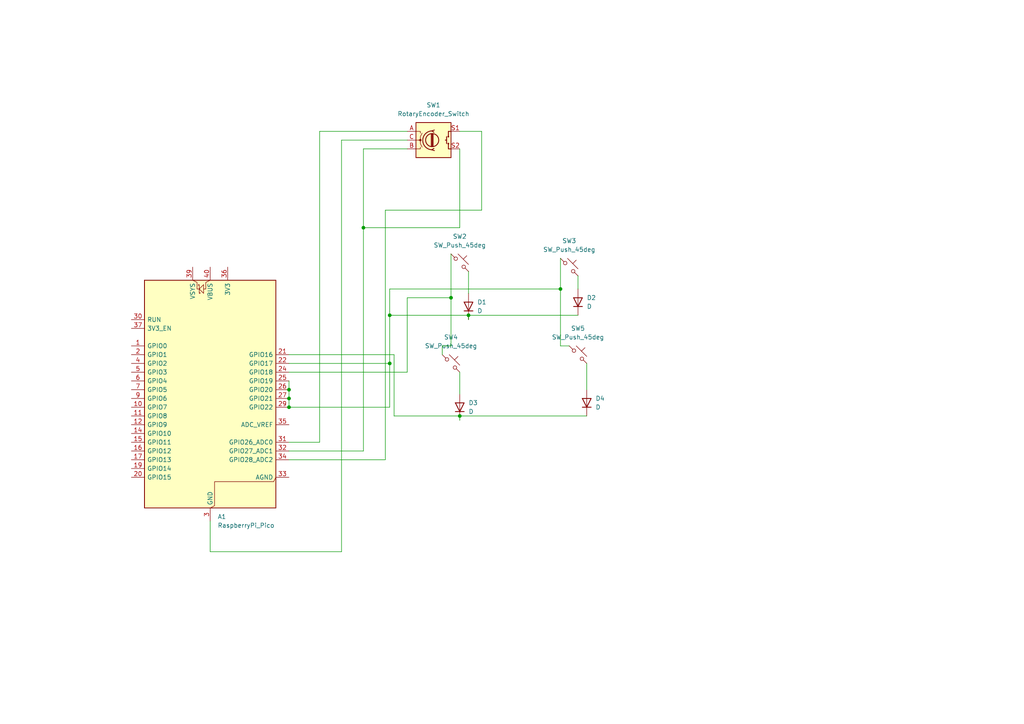
<source format=kicad_sch>
(kicad_sch (version 20250114) (generator "eeschema") (generator_version "9.0")
  (paper "A4")
  (lib_symbols
    (symbol "Device:D" (pin_numbers (hide yes)) (pin_names (offset 1.016) (hide yes))
      (property "Reference" "D" (at 0 2.54 0))
      (property "Value" "D" (at 0 -2.54 0))
      (symbol "D_0_1"
        (polyline (pts (xy -1.27 1.27) (xy -1.27 -1.27)) (stroke (width 0.254)))
        (polyline (pts (xy 1.27 1.27) (xy 1.27 -1.27) (xy -1.27 0) (xy 1.27 1.27)) (stroke (width 0.254)))
        (polyline (pts (xy 1.27 0) (xy -1.27 0)))
      )
      (symbol "D_1_1"
        (pin passive line (at -3.81 0 0) (length 2.54) (name "K") (number "1"))
        (pin passive line (at 3.81 0 180) (length 2.54) (name "A") (number "2"))
      )
    )
    (symbol "Device:RotaryEncoder_Switch" (pin_names (offset 0.254) (hide yes))
      (property "Reference" "SW" (at 0 6.604 0))
      (property "Value" "RotaryEncoder_Switch" (at 0 -6.604 0))
      (symbol "RotaryEncoder_Switch_0_1"
        (rectangle (start -5.08 5.08) (end 5.08 -5.08) (stroke (width 0.254)) (fill (type background)))
        (polyline (pts (xy -5.08 2.54) (xy -3.81 2.54) (xy -3.81 2.032)))
        (polyline (pts (xy -5.08 0) (xy -3.81 0) (xy -3.81 -1.016) (xy -3.302 -2.032)))
        (polyline (pts (xy -5.08 -2.54) (xy -3.81 -2.54) (xy -3.81 -2.032)))
        (polyline (pts (xy -4.318 0) (xy -3.81 0) (xy -3.81 1.016) (xy -3.302 2.032)))
        (circle (center -3.81 0) (radius 0.254) (fill (type outline)))
        (polyline (pts (xy -0.635 -1.778) (xy -0.635 1.778)) (stroke (width 0.254)))
        (circle (center -0.381 0) (radius 1.905) (stroke (width 0.254)))
        (polyline (pts (xy -0.381 -1.778) (xy -0.381 1.778)) (stroke (width 0.254)))
        (arc (start -0.381 -2.794) (mid -3.0988 -0.0635) (end -0.381 2.667) (stroke (width 0.254)))
        (polyline (pts (xy -0.127 1.778) (xy -0.127 -1.778)) (stroke (width 0.254)))
        (polyline (pts (xy 0.254 2.921) (xy -0.508 2.667) (xy 0.127 2.286)) (stroke (width 0.254)))
        (polyline (pts (xy 0.254 -3.048) (xy -0.508 -2.794) (xy 0.127 -2.413)) (stroke (width 0.254)))
        (polyline (pts (xy 3.81 1.016) (xy 3.81 -1.016)) (stroke (width 0.254)))
        (polyline (pts (xy 3.81 0) (xy 3.429 0)) (stroke (width 0.254)))
        (circle (center 4.318 1.016) (radius 0.127) (stroke (width 0.254)))
        (circle (center 4.318 -1.016) (radius 0.127) (stroke (width 0.254)))
        (polyline (pts (xy 5.08 2.54) (xy 4.318 2.54) (xy 4.318 1.016)) (stroke (width 0.254)))
        (polyline (pts (xy 5.08 -2.54) (xy 4.318 -2.54) (xy 4.318 -1.016)) (stroke (width 0.254)))
      )
      (symbol "RotaryEncoder_Switch_1_1"
        (pin passive line (at -7.62 2.54 0) (length 2.54) (name "A") (number "A"))
        (pin passive line (at -7.62 0 0) (length 2.54) (name "C") (number "C"))
        (pin passive line (at -7.62 -2.54 0) (length 2.54) (name "B") (number "B"))
        (pin passive line (at 7.62 2.54 180) (length 2.54) (name "S1") (number "S1"))
        (pin passive line (at 7.62 -2.54 180) (length 2.54) (name "S2") (number "S2"))
      )
    )
    (symbol "MCU_Module:RaspberryPi_Pico" (pin_names (offset 0.762))
      (property "Reference" "A" (at -19.05 35.56 0))
      (property "Value" "RaspberryPi_Pico" (at 7.62 35.56 0))
      (symbol "RaspberryPi_Pico_0_1"
        (rectangle (start -19.05 34.29) (end 19.05 -31.75) (stroke (width 0.254)) (fill (type background)))
        (polyline (pts (xy -5.08 34.29) (xy -3.81 33.655) (xy -3.81 31.75) (xy -3.175 31.75)))
        (polyline (pts (xy -3.429 32.766) (xy -3.429 33.02) (xy -3.175 33.02) (xy -3.175 30.48) (xy -2.921 30.48) (xy -2.921 30.734)))
        (polyline (pts (xy -3.175 31.75) (xy -1.905 33.02) (xy -1.905 30.48) (xy -3.175 31.75)))
        (polyline (pts (xy 0 34.29) (xy -1.27 33.655) (xy -1.27 31.75) (xy -1.905 31.75)))
        (polyline (pts (xy 0 -31.75) (xy 1.27 -31.115) (xy 1.27 -24.13) (xy 18.415 -24.13) (xy 19.05 -22.86)))
      )
      (symbol "RaspberryPi_Pico_1_1"
        (pin passive line (at -22.86 22.86 0) (length 3.81) (name "RUN") (number "30"))
        (pin passive line (at -22.86 20.32 0) (length 3.81) (name "3V3_EN") (number "37"))
        (pin bidirectional line (at -22.86 15.24 0) (length 3.81) (name "GPIO0") (number "1"))
        (pin bidirectional line (at -22.86 12.7 0) (length 3.81) (name "GPIO1") (number "2"))
        (pin bidirectional line (at -22.86 10.16 0) (length 3.81) (name "GPIO2") (number "4"))
        (pin bidirectional line (at -22.86 7.62 0) (length 3.81) (name "GPIO3") (number "5"))
        (pin bidirectional line (at -22.86 5.08 0) (length 3.81) (name "GPIO4") (number "6"))
        (pin bidirectional line (at -22.86 2.54 0) (length 3.81) (name "GPIO5") (number "7"))
        (pin bidirectional line (at -22.86 0 0) (length 3.81) (name "GPIO6") (number "9"))
        (pin bidirectional line (at -22.86 -2.54 0) (length 3.81) (name "GPIO7") (number "10"))
        (pin bidirectional line (at -22.86 -5.08 0) (length 3.81) (name "GPIO8") (number "11"))
        (pin bidirectional line (at -22.86 -7.62 0) (length 3.81) (name "GPIO9") (number "12"))
        (pin bidirectional line (at -22.86 -10.16 0) (length 3.81) (name "GPIO10") (number "14"))
        (pin bidirectional line (at -22.86 -12.7 0) (length 3.81) (name "GPIO11") (number "15"))
        (pin bidirectional line (at -22.86 -15.24 0) (length 3.81) (name "GPIO12") (number "16"))
        (pin bidirectional line (at -22.86 -17.78 0) (length 3.81) (name "GPIO13") (number "17"))
        (pin bidirectional line (at -22.86 -20.32 0) (length 3.81) (name "GPIO14") (number "19"))
        (pin bidirectional line (at -22.86 -22.86 0) (length 3.81) (name "GPIO15") (number "20"))
        (pin power_in line (at -5.08 38.1 270) (length 3.81) (name "VSYS") (number "39"))
        (pin power_out line (at 0 38.1 270) (length 3.81) (name "VBUS") (number "40"))
        (pin passive line (at 0 -35.56 90) (length 3.81) (hide yes) (name "GND") (number "13"))
        (pin passive line (at 0 -35.56 90) (length 3.81) (hide yes) (name "GND") (number "18"))
        (pin passive line (at 0 -35.56 90) (length 3.81) (hide yes) (name "GND") (number "23"))
        (pin passive line (at 0 -35.56 90) (length 3.81) (hide yes) (name "GND") (number "28"))
        (pin power_out line (at 0 -35.56 90) (length 3.81) (name "GND") (number "3"))
        (pin passive line (at 0 -35.56 90) (length 3.81) (hide yes) (name "GND") (number "38"))
        (pin passive line (at 0 -35.56 90) (length 3.81) (hide yes) (name "GND") (number "8"))
        (pin power_out line (at 5.08 38.1 270) (length 3.81) (name "3V3") (number "36"))
        (pin bidirectional line (at 22.86 12.7 180) (length 3.81) (name "GPIO16") (number "21"))
        (pin bidirectional line (at 22.86 10.16 180) (length 3.81) (name "GPIO17") (number "22"))
        (pin bidirectional line (at 22.86 7.62 180) (length 3.81) (name "GPIO18") (number "24"))
        (pin bidirectional line (at 22.86 5.08 180) (length 3.81) (name "GPIO19") (number "25"))
        (pin bidirectional line (at 22.86 2.54 180) (length 3.81) (name "GPIO20") (number "26"))
        (pin bidirectional line (at 22.86 0 180) (length 3.81) (name "GPIO21") (number "27"))
        (pin bidirectional line (at 22.86 -2.54 180) (length 3.81) (name "GPIO22") (number "29"))
        (pin power_in line (at 22.86 -7.62 180) (length 3.81) (name "ADC_VREF") (number "35"))
        (pin bidirectional line (at 22.86 -12.7 180) (length 3.81) (name "GPIO26_ADC0") (number "31"))
        (pin bidirectional line (at 22.86 -15.24 180) (length 3.81) (name "GPIO27_ADC1") (number "32"))
        (pin bidirectional line (at 22.86 -17.78 180) (length 3.81) (name "GPIO28_ADC2") (number "34"))
        (pin power_out line (at 22.86 -22.86 180) (length 3.81) (name "AGND") (number "33"))
      )
    )
    (symbol "Switch:SW_Push_45deg" (pin_numbers (hide yes)) (pin_names (offset 1.016) (hide yes))
      (property "Reference" "SW" (at 3.048 1.016 0))
      (property "Value" "SW_Push_45deg" (at 0 -3.81 0))
      (symbol "SW_Push_45deg_0_1"
        (polyline (pts (xy -2.54 2.54) (xy -1.524 1.524) (xy -1.524 1.524)))
        (circle (center -1.1684 1.1684) (radius 0.508))
        (polyline (pts (xy -0.508 2.54) (xy 2.54 -0.508)))
        (polyline (pts (xy 1.016 1.016) (xy 2.032 2.032)))
        (circle (center 1.143 -1.1938) (radius 0.508))
        (polyline (pts (xy 1.524 -1.524) (xy 2.54 -2.54) (xy 2.54 -2.54) (xy 2.54 -2.54)))
        (pin passive line (at -2.54 2.54 0) (length 0) (name "1") (number "1"))
        (pin passive line (at 2.54 -2.54 180) (length 0) (name "2") (number "2"))
      )
    )
  )
  (junction (at 105.41 66.04))
  (junction (at 135.89 91.44))
  (junction (at 83.82 115.57))
  (junction (at 83.82 113.03))
  (junction (at 83.82 118.11))
  (junction (at 113.03 105.41))
  (junction (at 133.35 120.65))
  (junction (at 162.56 83.82))
  (junction (at 113.03 91.44))
  (junction (at 130.81 86.36))
  (wire (pts (xy 135.89 91.44) (xy 135.89 92.71)))
  (wire (pts (xy 130.81 86.36) (xy 118.11 86.36)))
  (wire (pts (xy 83.82 110.49) (xy 83.82 113.03)))
  (wire (pts (xy 167.64 80.01) (xy 167.64 83.82)))
  (wire (pts (xy 114.3 120.65) (xy 114.3 102.87)))
  (wire (pts (xy 113.03 105.41) (xy 113.03 118.11)))
  (wire (pts (xy 92.71 38.1) (xy 92.71 128.27)))
  (wire (pts (xy 133.35 38.1) (xy 139.7 38.1)))
  (wire (pts (xy 162.56 74.93) (xy 162.56 83.82)))
  (wire (pts (xy 133.35 107.95) (xy 133.35 114.3)))
  (wire (pts (xy 99.06 160.02) (xy 60.96 160.02)))
  (wire (pts (xy 133.35 43.18) (xy 133.35 66.04)))
  (wire (pts (xy 133.35 120.65) (xy 114.3 120.65)))
  (wire (pts (xy 162.56 83.82) (xy 113.03 83.82)))
  (wire (pts (xy 105.41 130.81) (xy 83.82 130.81)))
  (wire (pts (xy 130.81 73.66) (xy 130.81 86.36)))
  (wire (pts (xy 118.11 86.36) (xy 118.11 107.95)))
  (wire (pts (xy 118.11 38.1) (xy 92.71 38.1)))
  (wire (pts (xy 111.76 133.35) (xy 83.82 133.35)))
  (wire (pts (xy 133.35 120.65) (xy 133.35 121.92)))
  (wire (pts (xy 113.03 118.11) (xy 83.82 118.11)))
  (wire (pts (xy 83.82 115.57) (xy 83.82 118.11)))
  (wire (pts (xy 83.82 113.03) (xy 83.82 115.57)))
  (wire (pts (xy 113.03 91.44) (xy 113.03 105.41)))
  (wire (pts (xy 111.76 60.96) (xy 111.76 133.35)))
  (wire (pts (xy 162.56 100.33) (xy 165.1 100.33)))
  (wire (pts (xy 60.96 160.02) (xy 60.96 151.13)))
  (wire (pts (xy 105.41 66.04) (xy 105.41 130.81)))
  (wire (pts (xy 114.3 102.87) (xy 83.82 102.87)))
  (wire (pts (xy 167.64 91.44) (xy 135.89 91.44)))
  (wire (pts (xy 113.03 105.41) (xy 83.82 105.41)))
  (wire (pts (xy 105.41 66.04) (xy 133.35 66.04)))
  (wire (pts (xy 99.06 40.64) (xy 99.06 160.02)))
  (wire (pts (xy 105.41 43.18) (xy 105.41 66.04)))
  (wire (pts (xy 170.18 105.41) (xy 170.18 113.03)))
  (wire (pts (xy 139.7 38.1) (xy 139.7 60.96)))
  (wire (pts (xy 118.11 40.64) (xy 99.06 40.64)))
  (wire (pts (xy 139.7 60.96) (xy 111.76 60.96)))
  (wire (pts (xy 162.56 83.82) (xy 162.56 100.33)))
  (wire (pts (xy 113.03 83.82) (xy 113.03 91.44)))
  (wire (pts (xy 170.18 120.65) (xy 133.35 120.65)))
  (wire (pts (xy 130.81 100.33) (xy 128.27 100.33)))
  (wire (pts (xy 128.27 100.33) (xy 128.27 102.87)))
  (wire (pts (xy 135.89 91.44) (xy 113.03 91.44)))
  (wire (pts (xy 135.89 78.74) (xy 135.89 85.09)))
  (wire (pts (xy 118.11 107.95) (xy 83.82 107.95)))
  (wire (pts (xy 92.71 128.27) (xy 83.82 128.27)))
  (wire (pts (xy 130.81 86.36) (xy 130.81 100.33)))
  (wire (pts (xy 118.11 43.18) (xy 105.41 43.18)))
  (symbol (lib_id "Switch:SW_Push_45deg") (at 133.35 76.2 0) (unit 1)
    (property "Reference" "SW2" (at 133.35 68.58 0))
    (property "Value" "SW_Push_45deg" (at 133.35 71.12 0))
    (property "Description" "Push button switch, normally open, two pins, 45° tilted" (effects (hide yes)))
  )
  (symbol (lib_id "Device:D") (at 135.89 88.9 90) (unit 1)
    (property "Reference" "D1" (at 138.43 87.6299 90) (effects (justify right)))
    (property "Value" "D" (at 138.43 90.1699 90) (effects (justify right)))
    (property "Footprint" "Diode_THT:D_A-405_P7.62mm_Horizontal" (effects (hide yes)))
    (property "Description" "Diode" (effects (hide yes)))
    (property "Sim.Device" "D" (effects (hide yes)))
    (property "Sim.Pins" "1=K 2=A" (effects (hide yes)))
  )
  (symbol (lib_id "Device:D") (at 167.64 87.63 90) (unit 1)
    (property "Reference" "D2" (at 170.18 86.3599 90) (effects (justify right)))
    (property "Value" "D" (at 170.18 88.8999 90) (effects (justify right)))
    (property "Description" "Diode" (effects (hide yes)))
    (property "Sim.Device" "D" (effects (hide yes)))
    (property "Sim.Pins" "1=K 2=A" (effects (hide yes)))
  )
  (symbol (lib_id "Switch:SW_Push_45deg") (at 167.64 102.87 0) (unit 1)
    (property "Reference" "SW5" (at 167.64 95.25 0))
    (property "Value" "SW_Push_45deg" (at 167.64 97.79 0))
    (property "Description" "Push button switch, normally open, two pins, 45° tilted" (effects (hide yes)))
  )
  (symbol (lib_id "Switch:SW_Push_45deg") (at 130.81 105.41 0) (unit 1)
    (property "Reference" "SW4" (at 130.81 97.79 0))
    (property "Value" "SW_Push_45deg" (at 130.81 100.33 0))
    (property "Description" "Push button switch, normally open, two pins, 45° tilted" (effects (hide yes)))
  )
  (symbol (lib_id "Device:RotaryEncoder_Switch") (at 125.73 40.64 0) (unit 1)
    (property "Reference" "SW1" (at 125.73 30.48 0))
    (property "Value" "RotaryEncoder_Switch" (at 125.73 33.02 0))
    (property "Description" "Rotary encoder, dual channel, incremental quadrate outputs, with switch" (effects (hide yes)))
  )
  (symbol (lib_id "Switch:SW_Push_45deg") (at 165.1 77.47 0) (unit 1)
    (property "Reference" "SW3" (at 165.1 69.85 0))
    (property "Value" "SW_Push_45deg" (at 165.1 72.39 0))
    (property "Description" "Push button switch, normally open, two pins, 45° tilted" (effects (hide yes)))
  )
  (symbol (lib_id "MCU_Module:RaspberryPi_Pico") (at 60.96 115.57 0) (unit 1)
    (property "Reference" "A1" (at 63.1033 149.86 0) (effects (justify left)))
    (property "Value" "RaspberryPi_Pico" (at 63.1033 152.4 0) (effects (justify left)))
    (property "Footprint" "Module:RaspberryPi_Pico_Common_Unspecified" (effects (hide yes)))
    (property "Datasheet" "https://datasheets.raspberrypi.com/pico/pico-datasheet.pdf" (effects (hide yes)))
    (property "Description" "Versatile and inexpensive microcontroller module powered by RP2040 dual-core Arm Cortex-M0+ processor up to 133 MHz, 264kB SRAM, 2MB QSPI flash; also supports Raspberry Pi Pico 2" (effects (hide yes)))
  )
  (symbol (lib_id "Device:D") (at 133.35 118.11 90) (unit 1)
    (property "Reference" "D3" (at 135.89 116.8399 90) (effects (justify right)))
    (property "Value" "D" (at 135.89 119.3799 90) (effects (justify right)))
    (property "Description" "Diode" (effects (hide yes)))
    (property "Sim.Device" "D" (effects (hide yes)))
    (property "Sim.Pins" "1=K 2=A" (effects (hide yes)))
  )
  (symbol (lib_id "Device:D") (at 170.18 116.84 90) (unit 1)
    (property "Reference" "D4" (at 172.72 115.5699 90) (effects (justify right)))
    (property "Value" "D" (at 172.72 118.1099 90) (effects (justify right)))
    (property "Description" "Diode" (effects (hide yes)))
    (property "Sim.Device" "D" (effects (hide yes)))
    (property "Sim.Pins" "1=K 2=A" (effects (hide yes)))
  )
)
</source>
